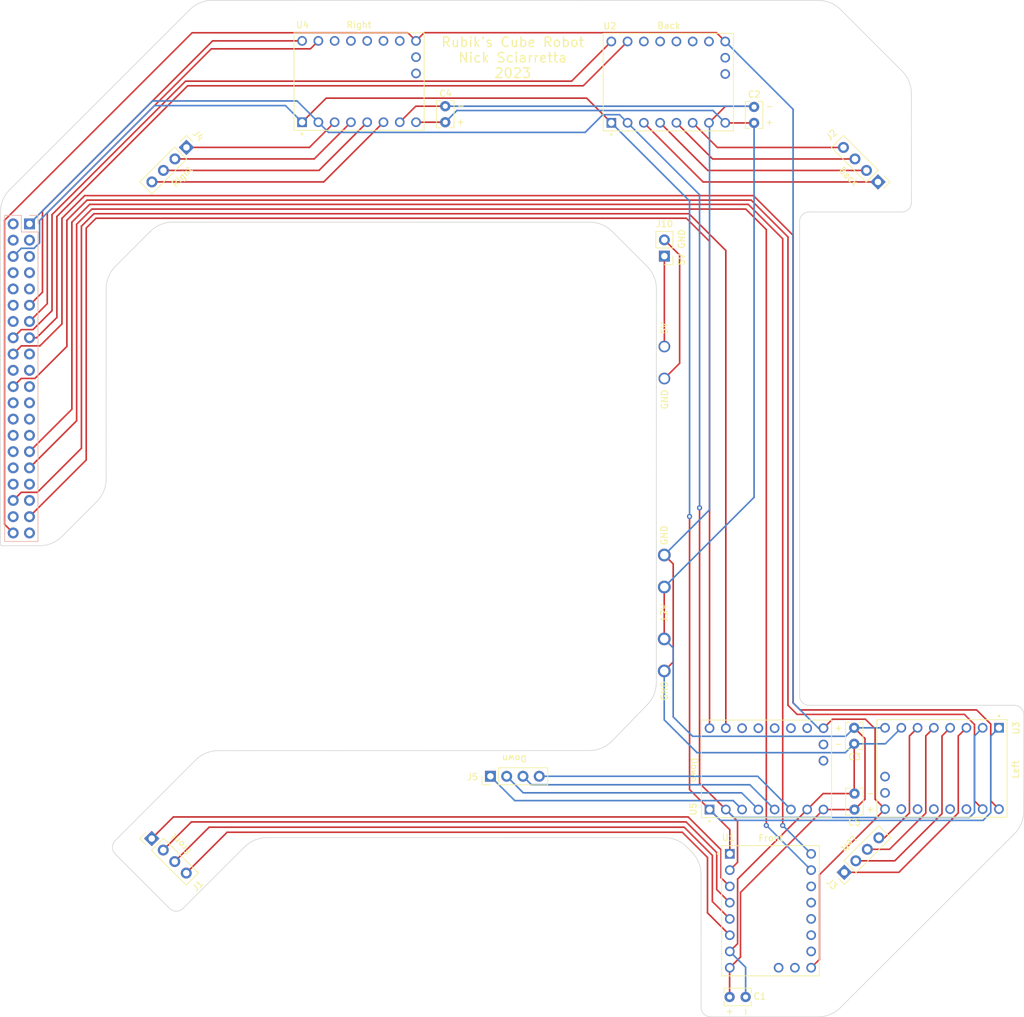
<source format=kicad_pcb>
(kicad_pcb (version 20221018) (generator pcbnew)
  (layers (0 "F.Cu" signal) (31 "B.Cu" signal) (34 "B.Paste" user) (35 "F.Paste" user) (36 "B.SilkS" user "B.Silkscreen") (37 "F.SilkS" user "F.Silkscreen") (38 "B.Mask" user) (39 "F.Mask" user) (44 "Edge.Cuts" user))
  (net 0 "")
  (net 35 "/Enable")
  (net 36 "/F_dir")
  (net 37 "/F_step")
  (net 39 "Net-(J1-Pin_4)")
  (net 40 "Net-(J1-Pin_3)")
  (net 41 "Net-(J1-Pin_2)")
  (net 42 "Net-(J1-Pin_1)")
  (net 43 "Net-(J2-Pin_1)")
  (net 44 "Net-(J2-Pin_2)")
  (net 45 "Net-(J2-Pin_3)")
  (net 46 "Net-(J2-Pin_4)")
  (net 66 "/B_step")
  (net 67 "/B_dir")
  (net 68 "/L_step")
  (net 69 "/L_dir")
  (net 70 "/D_step")
  (net 71 "/D_dir")
  (net 72 "/R_step")
  (net 73 "/R_dir")
  (net 74 "/RPi_GND")
  (net 75 "/RPi_3V3")
  (net 76 "/GND")
  (net 77 "/12V")
  (net 78 "Net-(J3-Pin_1)")
  (net 79 "Net-(J3-Pin_2)")
  (net 80 "Net-(J3-Pin_3)")
  (net 81 "Net-(J3-Pin_4)")
  (net 82 "Net-(J4-Pin_1)")
  (net 83 "Net-(J4-Pin_2)")
  (net 84 "Net-(J4-Pin_3)")
  (net 85 "Net-(J4-Pin_4)")
  (net 86 "Net-(J5-Pin_1)")
  (net 87 "Net-(J5-Pin_2)")
  (net 88 "Net-(J5-Pin_3)")
  (net 89 "Net-(J5-Pin_4)")
  (net 98 "/USB-C GND")
  (net 99 "/USB-C 5V")
  (footprint "TMC2209_SILENTSTEPSTICK:MODULE_TMC2209_SILENTSTEPSTICK" (layer "F.Cu") (at 135.29 157.52)
    (fp_text reference "U1")
    (fp_text value "Front" hide)
  )
  (footprint "Connector_PinHeader_2.54mm:PinHeader_1x04_P2.54mm_Vertical" (layer "F.Cu") (at 44.137006 38.322994 -45)
    (fp_text reference "J4")
    (fp_text value "Right_motor" hide)
  )
  (footprint "TerminalBlock:TerminalBlock_Altech_AK300-2_P5.00mm" (layer "F.Cu") (at 118.72 115.06 -90)
    (fp_text reference "J6" hide)
    (fp_text value "12V Input" hide)
  )
  (footprint "Capacitor_THT:C_Rect_L4.0mm_W2.5mm_P2.50mm" (layer "F.Cu") (at 84.53 34.39 90)
    (fp_text reference "C4")
    (fp_text value "C_RIght" hide)
  )
  (footprint "Connector_PinHeader_2.54mm:PinHeader_1x02_P2.54mm_Vertical" (layer "F.Cu") (at 118.73 55.3 180)
    (fp_text reference "J10")
    (fp_text value "USB-C" hide)
  )
  (footprint "Connector_PinHeader_2.54mm:PinHeader_1x04_P2.54mm_Vertical" (layer "F.Cu") (at 146.812994 151.517006 135)
    (fp_text reference "J3")
    (fp_text value "Left_motor" hide)
  )
  (footprint "Capacitor_THT:C_Rect_L4.0mm_W2.5mm_P2.50mm" (layer "F.Cu") (at 148.4 141.72 90)
    (fp_text reference "C5")
    (fp_text value "C_down" hide)
  )
  (footprint "Capacitor_THT:C_Rect_L4.0mm_W2.5mm_P2.50mm" (layer "F.Cu") (at 148.36 128.95 -90)
    (fp_text reference "C3")
    (fp_text value "C_Left" hide)
  )
  (footprint "TMC2209_SILENTSTEPSTICK:MODULE_TMC2209_SILENTSTEPSTICK" (layer "F.Cu") (at 119.34 28.13 90)
    (fp_text reference "U2")
    (fp_text value "Back" hide)
  )
  (footprint "Capacitor_THT:C_Rect_L4.0mm_W2.5mm_P2.50mm" (layer "F.Cu") (at 132.73 34.5 90)
    (fp_text reference "C2")
    (fp_text value "C_Back" hide)
  )
  (footprint "Capacitor_THT:C_Rect_L4.0mm_W2.5mm_P2.50mm" (layer "F.Cu") (at 128.91 170.98)
    (fp_text reference "C1")
    (fp_text value "C_Front" hide)
  )
  (footprint "TMC2209_SILENTSTEPSTICK:MODULE_TMC2209_SILENTSTEPSTICK" (layer "F.Cu") (at 162.06 135.3 -90)
    (fp_text reference "U3")
    (fp_text value "Left" hide)
  )
  (footprint "TerminalBlock:TerminalBlock_Altech_AK300-2_P5.00mm" (layer "F.Cu") (at 118.75 69.41 -90)
    (fp_text reference "J9" hide)
    (fp_text value "12V Converter Output" hide)
  )
  (footprint "Connector_PinHeader_2.54mm:PinHeader_1x04_P2.54mm_Vertical" (layer "F.Cu") (at 152.067006 43.717006 -135)
    (fp_text reference "J2")
    (fp_text value "Back_motor" hide)
  )
  (footprint "TMC2209_SILENTSTEPSTICK:MODULE_TMC2209_SILENTSTEPSTICK" (layer "F.Cu") (at 134.67 135.36 90)
    (fp_text reference "U5")
    (fp_text value "Down" hide)
  )
  (footprint "Connector_PinHeader_2.54mm:PinHeader_1x04_P2.54mm_Vertical" (layer "F.Cu") (at 91.58 136.52 90)
    (fp_text reference "J5")
    (fp_text value "Down_motor" hide)
  )
  (footprint "Connector_PinHeader_2.54mm:PinHeader_1x04_P2.54mm_Vertical" (layer "F.Cu") (at 38.722994 146.242994 45)
    (fp_text reference "J1")
    (fp_text value "Front_motor" hide)
  )
  (footprint "TMC2209_SILENTSTEPSTICK:MODULE_TMC2209_SILENTSTEPSTICK" (layer "F.Cu") (at 71.08 28.04 90)
    (fp_text reference "U4")
    (fp_text value "Right" hide)
  )
  (footprint "Connector_PinHeader_2.54mm:PinHeader_2x20_P2.54mm_Vertical" (layer "B.Cu") (at 19.64 50.265236 180)
    (fp_text reference "J8" hide)
    (fp_text value "RPi GPIO Pins" hide)
  )
  (footprint "TerminalBlock:TerminalBlock_Altech_AK300-2_P5.00mm" (layer "B.Cu") (at 118.73 106.97 90)
    (fp_text reference "J7" hide)
    (fp_text value "12V Input" hide)
  )
  (gr_arc (start 139.834072 49.792983) (mid 140.266175 48.839158) (end 141.22 48.407054) (stroke (width 0.1)) (layer "Edge.Cuts"))
  (gr_line (start 110.54 131.036628) (end 116.010471 125.400865) (stroke (width 0.1)) (layer "Edge.Cuts"))
  (gr_line (start 24.715628 99.060472) (end 30.144236 93.62908) (stroke (width 0.1)) (layer "Edge.Cuts"))
  (gr_line (start 142.734236 15.366156) (end 48.19 15.355236) (stroke (width 0.1)) (layer "Edge.Cuts"))
  (gr_arc (start 118.684235 146.080922) (mid 120.59 146.46) (end 122.205627 147.539531) (stroke (width 0.1)) (layer "Edge.Cuts"))
  (gr_arc (start 110.54 131.036628) (mid 108.924372 132.116159) (end 107.018608 132.495236) (stroke (width 0.1)) (layer "Edge.Cuts"))
  (gr_line (start 107.018608 132.495236) (end 49.105764 132.516156) (stroke (width 0.1)) (layer "Edge.Cuts"))
  (gr_line (start 139.834072 49.792983) (end 139.834071 124.048144) (stroke (width 0.1)) (layer "Edge.Cuts"))
  (gr_line (start 16.56 44.925236) (end 44.668608 16.813844) (stroke (width 0.1)) (layer "Edge.Cuts"))
  (gr_line (start 142.704236 174.084316) (end 125.85 174.08) (stroke (width 0.1)) (layer "Edge.Cuts"))
  (gr_line (start 124.459077 151.865764) (end 124.464072 172.694071) (stroke (width 0.1)) (layer "Edge.Cuts"))
  (gr_line (start 21.194236 100.51908) (end 15.360919 100.515236) (stroke (width 0.1)) (layer "Edge.Cuts"))
  (gr_arc (start 107.072912 49.997087) (mid 108.978675 50.376169) (end 110.594304 51.455696) (stroke (width 0.1)) (layer "Edge.Cuts"))
  (gr_line (start 43.529999 157.22) (end 53.224372 147.544764) (stroke (width 0.1)) (layer "Edge.Cuts"))
  (gr_line (start 107.072912 49.997087) (end 42.01854 49.98954) (stroke (width 0.1)) (layer "Edge.Cuts"))
  (gr_line (start 32.949999 148.59) (end 41.569999 157.22) (stroke (width 0.1)) (layer "Edge.Cuts"))
  (gr_arc (start 157.282103 47.021125) (mid 156.85 47.97495) (end 155.896175 48.407054) (stroke (width 0.1)) (layer "Edge.Cuts"))
  (gr_arc (start 141.22 125.434072) (mid 140.266147 125.001979) (end 139.834071 124.048144) (stroke (width 0.1)) (layer "Edge.Cuts"))
  (gr_arc (start 31.602845 90.107688) (mid 31.223763 92.013451) (end 30.144236 93.62908) (stroke (width 0.1)) (layer "Edge.Cuts"))
  (gr_arc (start 53.224372 147.544764) (mid 54.839997 146.46522) (end 56.745764 146.086156) (stroke (width 0.1)) (layer "Edge.Cuts"))
  (gr_arc (start 43.529999 157.22) (mid 42.55 157.588907) (end 41.57 157.22) (stroke (width 0.1)) (layer "Edge.Cuts"))
  (gr_line (start 155.896175 48.407054) (end 141.22 48.407054) (stroke (width 0.1)) (layer "Edge.Cuts"))
  (gr_arc (start 32.95 148.589999) (mid 32.581086 147.61) (end 32.949999 146.63) (stroke (width 0.1)) (layer "Edge.Cuts"))
  (gr_line (start 157.282103 47.021125) (end 157.279095 29.915761) (stroke (width 0.1)) (layer "Edge.Cuts"))
  (gr_line (start 141.22 125.434072) (end 173.444071 125.434072) (stroke (width 0.1)) (layer "Edge.Cuts"))
  (gr_arc (start 173.444071 125.434072) (mid 174.397883 125.866188) (end 174.83 126.82) (stroke (width 0.1)) (layer "Edge.Cuts"))
  (gr_arc (start 15.101391 48.446628) (mid 15.480473 46.540865) (end 16.56 44.925236) (stroke (width 0.1)) (layer "Edge.Cuts"))
  (gr_arc (start 44.668608 16.813844) (mid 46.284236 15.734316) (end 48.19 15.355236) (stroke (width 0.1)) (layer "Edge.Cuts"))
  (gr_line (start 56.745764 146.086156) (end 118.684235 146.080922) (stroke (width 0.1)) (layer "Edge.Cuts"))
  (gr_line (start 123.000469 148.344372) (end 122.205627 147.539531) (stroke (width 0.1)) (layer "Edge.Cuts"))
  (gr_arc (start 15.360919 100.515236) (mid 15.169988 100.436162) (end 15.090919 100.245236) (stroke (width 0.1)) (layer "Edge.Cuts"))
  (gr_line (start 15.090919 100.245236) (end 15.101391 48.446628) (stroke (width 0.1)) (layer "Edge.Cuts"))
  (gr_line (start 146.225628 172.625708) (end 173.361391 145.505236) (stroke (width 0.1)) (layer "Edge.Cuts"))
  (gr_arc (start 146.225628 172.625708) (mid 144.610003 173.705252) (end 142.704236 174.084316) (stroke (width 0.1)) (layer "Edge.Cuts"))
  (gr_line (start 32.949999 146.63) (end 45.584372 133.974764) (stroke (width 0.1)) (layer "Edge.Cuts"))
  (gr_line (start 155.820487 26.394368) (end 146.255628 16.824765) (stroke (width 0.1)) (layer "Edge.Cuts"))
  (gr_line (start 117.484304 60.405696) (end 117.46908 121.879473) (stroke (width 0.1)) (layer "Edge.Cuts"))
  (gr_arc (start 155.820487 26.394368) (mid 156.900001 28.010003) (end 157.279095 29.915761) (stroke (width 0.1)) (layer "Edge.Cuts"))
  (gr_arc (start 31.609931 60.400932) (mid 31.989013 58.495169) (end 33.06854 56.87954) (stroke (width 0.1)) (layer "Edge.Cuts"))
  (gr_line (start 31.602845 90.107688) (end 31.609931 60.400932) (stroke (width 0.1)) (layer "Edge.Cuts"))
  (gr_arc (start 38.497148 51.448148) (mid 40.112776 50.36862) (end 42.01854 49.98954) (stroke (width 0.1)) (layer "Edge.Cuts"))
  (gr_line (start 174.83 126.82) (end 174.82 141.983844) (stroke (width 0.1)) (layer "Edge.Cuts"))
  (gr_arc (start 117.46908 121.879473) (mid 117.089987 123.785228) (end 116.010471 125.400865) (stroke (width 0.1)) (layer "Edge.Cuts"))
  (gr_arc (start 116.025696 56.884304) (mid 117.105224 58.499932) (end 117.484304 60.405696) (stroke (width 0.1)) (layer "Edge.Cuts"))
  (gr_line (start 110.594304 51.455696) (end 116.025696 56.884304) (stroke (width 0.1)) (layer "Edge.Cuts"))
  (gr_line (start 38.497148 51.448148) (end 33.06854 56.87954) (stroke (width 0.1)) (layer "Edge.Cuts"))
  (gr_arc (start 142.734236 15.366156) (mid 144.639991 15.745249) (end 146.255628 16.824765) (stroke (width 0.1)) (layer "Edge.Cuts"))
  (gr_arc (start 24.715628 99.060472) (mid 23.1 100.14) (end 21.194236 100.51908) (stroke (width 0.1)) (layer "Edge.Cuts"))
  (gr_arc (start 123.000469 148.344372) (mid 124.08 149.959999) (end 124.459077 151.865764) (stroke (width 0.1)) (layer "Edge.Cuts"))
  (gr_arc (start 45.584372 133.974764) (mid 47.199997 132.89522) (end 49.105764 132.516156) (stroke (width 0.1)) (layer "Edge.Cuts"))
  (gr_arc (start 125.85 174.08) (mid 124.896179 173.647892) (end 124.464072 172.694071) (stroke (width 0.1)) (layer "Edge.Cuts"))
  (gr_arc (start 174.82 141.983844) (mid 174.440917 143.889606) (end 173.361391 145.505236) (stroke (width 0.1)) (layer "Edge.Cuts"))
  (gr_text "5V" (at 122.01 56.85 90) (layer "F.SilkS") (effects (font (size 1 1)) (justify left bottom)))
  (gr_text "+" (at 134.41 34.96) (layer "F.SilkS") (effects (font (size 1 1)) (justify left bottom)))
  (gr_text "12V" (at 119.27 112.51 90) (layer "F.SilkS") (effects (font (size 1 1)) (justify left bottom)))
  (gr_text "5V" (at 119.33 67.58 90) (layer "F.SilkS") (effects (font (size 1 1)) (justify left bottom)))
  (gr_text "-" (at 86.25 32.4) (layer "F.SilkS") (effects (font (size 1 1)) (justify left bottom)))
  (gr_text "Right" (at 42.44 44.75 45) (layer "F.SilkS") (effects (font (size 1 1)) (justify left bottom)))
  (gr_text "Back" (at 117.54 19.9) (layer "F.SilkS") (effects (font (size 1 1)) (justify left bottom)))
  (gr_text "+" (at 128.41 172.55 -90) (layer "F.SilkS") (effects (font (size 1 1)) (justify left bottom)))
  (gr_text "+" (at 146.65 128.52 180) (layer "F.SilkS") (effects (font (size 1 1)) (justify left bottom)))
  (gr_text "GND" (at 119.38 79.31 90) (layer "F.SilkS") (effects (font (size 1 1)) (justify left bottom)))
  (gr_text "Right" (at 69.04 19.77) (layer "F.SilkS") (effects (font (size 1 1)) (justify left bottom)))
  (gr_text "Back" (at 145.73 41.96 315) (layer "F.SilkS") (effects (font (size 1 1)) (justify left bottom)))
  (gr_text "GND" (at 122.01 54.25 90) (layer "F.SilkS") (effects (font (size 1 1)) (justify left bottom)))
  (gr_text "Left" (at 148.19 145.56 225) (layer "F.SilkS") (effects (font (size 1 1)) (justify left bottom)))
  (gr_text "Rubik's Cube Robot\nNick Sciarretta\n2023" (at 95.07 27.6) (layer "F.SilkS") (effects (font (size 1.5 1.5) (thickness 0.2)) (justify bottom)))
  (gr_text "GND" (at 119.33 124.81 90) (layer "F.SilkS") (effects (font (size 1 1)) (justify left bottom)))
  (gr_text "Down" (at 97.35 133.15 180) (layer "F.SilkS") (effects (font (size 1 1)) (justify left bottom)))
  (gr_text "Left" (at 174.13 136.96 90) (layer "F.SilkS") (effects (font (size 1 1)) (justify left bottom)))
  (gr_text "-" (at 150.14 139.75) (layer "F.SilkS") (effects (font (size 1 1)) (justify left bottom)))
  (gr_text "-" (at 146.63 131.02 180) (layer "F.SilkS") (effects (font (size 1 1)) (justify left bottom)))
  (gr_text "GND" (at 119.3 100.52 90) (layer "F.SilkS") (effects (font (size 1 1)) (justify left bottom)))
  (gr_text "-" (at 134.43 32.46) (layer "F.SilkS") (effects (font (size 1 1)) (justify left bottom)))
  (gr_text "+" (at 86.23 34.9) (layer "F.SilkS") (effects (font (size 1 1)) (justify left bottom)))
  (gr_text "-" (at 130.91 172.57 -90) (layer "F.SilkS") (effects (font (size 1 1)) (justify left bottom)))
  (gr_text "Down" (at 122.810001 133.510001 -90) (layer "F.SilkS") (effects (font (size 1 1)) (justify left bottom)))
  (gr_text "Front" (at 133.32 146.74) (layer "F.SilkS") (effects (font (size 1 1)) (justify left bottom)))
  (gr_text "Front" (at 45.15 148.1 135) (layer "F.SilkS") (effects (font (size 1 1)) (justify left bottom)))
  (gr_text "+" (at 150.119999 142.249999) (layer "F.SilkS") (effects (font (size 1 1)) (justify left bottom)))
  (segment (start 150.11 127.61) (end 144.96 127.61) (width 0.25) (layer "F.Cu") (net 35))
  (segment (start 81.25 20.41) (end 126.86 20.41) (width 0.25) (layer "F.Cu") (net 35))
  (segment (start 126.86 20.41) (end 128.23 21.78) (width 0.25) (layer "F.Cu") (net 35))
  (segment (start 142.93 165.12) (end 142.93 151.89) (width 0.25) (layer "F.Cu") (net 35))
  (segment (start 144.96 127.61) (end 143.56 129.01) (width 0.25) (layer "F.Cu") (net 35))
  (segment (start 15.76 97.185236) (end 15.76 49.69) (width 0.25) (layer "F.Cu") (net 35))
  (segment (start 15.76 49.69) (end 45.03 20.42) (width 0.25) (layer "F.Cu") (net 35))
  (segment (start 141.64 166.41) (end 142.93 165.12) (width 0.25) (layer "F.Cu") (net 35))
  (segment (start 17.1 98.525236) (end 15.76 97.185236) (width 0.25) (layer "F.Cu") (net 35))
  (segment (start 151.62 140.1) (end 151.62 129.12) (width 0.25) (layer "F.Cu") (net 35))
  (segment (start 153.17 141.65) (end 151.62 140.1) (width 0.25) (layer "F.Cu") (net 35))
  (segment (start 151.62 129.12) (end 150.11 127.61) (width 0.25) (layer "F.Cu") (net 35))
  (segment (start 45.03 20.42) (end 78.7 20.42) (width 0.25) (layer "F.Cu") (net 35))
  (segment (start 142.93 151.89) (end 153.17 141.65) (width 0.25) (layer "F.Cu") (net 35))
  (segment (start 79.97 21.69) (end 81.25 20.41) (width 0.25) (layer "F.Cu") (net 35))
  (segment (start 78.7 20.42) (end 79.97 21.69) (width 0.25) (layer "F.Cu") (net 35))
  (segment (start 138.82 125.05) (end 138.82 32.37) (width 0.25) (layer "B.Cu") (net 35))
  (segment (start 142.78 129.01) (end 138.82 125.05) (width 0.25) (layer "B.Cu") (net 35))
  (segment (start 138.82 32.37) (end 128.23 21.78) (width 0.25) (layer "B.Cu") (net 35))
  (segment (start 143.56 129.01) (end 142.78 129.01) (width 0.25) (layer "B.Cu") (net 35))
  (segment (start 137.2 144.18) (end 137.2 144.2) (width 0.25) (layer "F.Cu") (net 36))
  (segment (start 137.2 144.2) (end 137.2 52.59) (width 0.25) (layer "F.Cu") (net 36))
  (segment (start 131.83 47.22) (end 29.04 47.22) (width 0.25) (layer "F.Cu") (net 36))
  (segment (start 26.26 79.205236) (end 19.64 85.825236) (width 0.25) (layer "F.Cu") (net 36))
  (segment (start 137.2 52.59) (end 131.83 47.22) (width 0.25) (layer "F.Cu") (net 36))
  (segment (start 26.26 50) (end 26.26 79.205236) (width 0.25) (layer "F.Cu") (net 36))
  (segment (start 29.04 47.22) (end 26.26 50) (width 0.25) (layer "F.Cu") (net 36))
  (via (at 137.2 144.2) (size 0.8) (drill 0.4) (layers "F.Cu" "B.Cu") (net 36))
  (segment (start 137.32 144.3) (end 137.31 144.3) (width 0.25) (layer "B.Cu") (net 36))
  (segment (start 137.31 144.3) (end 137.29 144.28) (width 0.25) (layer "B.Cu") (net 36))
  (segment (start 137.32 144.31) (end 137.32 144.3) (width 0.25) (layer "B.Cu") (net 36))
  (segment (start 141.64 148.63) (end 137.32 144.31) (width 0.25) (layer "B.Cu") (net 36))
  (segment (start 131.43 47.95) (end 29.38 47.95) (width 0.25) (layer "F.Cu") (net 37))
  (segment (start 29.38 47.95) (end 27 50.33) (width 0.25) (layer "F.Cu") (net 37))
  (segment (start 134.64 144.2) (end 134.64 51.16) (width 0.25) (layer "F.Cu") (net 37))
  (segment (start 27 81.005236) (end 19.64 88.365236) (width 0.25) (layer "F.Cu") (net 37))
  (segment (start 27 50.33) (end 27 81.005236) (width 0.25) (layer "F.Cu") (net 37))
  (segment (start 134.64 51.16) (end 131.43 47.95) (width 0.25) (layer "F.Cu") (net 37))
  (via (at 134.64 144.2) (size 0.8) (drill 0.4) (layers "F.Cu" "B.Cu") (net 37))
  (segment (start 134.72 144.25) (end 134.76 144.25) (width 0.25) (layer "B.Cu") (net 37))
  (segment (start 134.64 144.2) (end 134.66 144.25) (width 0.25) (layer "B.Cu") (net 37))
  (segment (start 134.66 144.25) (end 134.71 144.25) (width 0.25) (layer "B.Cu") (net 37))
  (segment (start 141.64 151.17) (end 134.72 144.25) (width 0.25) (layer "B.Cu") (net 37))
  (segment (start 134.76 144.25) (end 134.64 144.2) (width 0.25) (layer "B.Cu") (net 37))
  (segment (start 44.111148 151.631148) (end 50.482296 145.26) (width 0.25) (layer "F.Cu") (net 39))
  (segment (start 125.46 149.19) (end 125.46 157.85) (width 0.25) (layer "F.Cu") (net 39))
  (segment (start 121.53 145.26) (end 125.46 149.19) (width 0.25) (layer "F.Cu") (net 39))
  (segment (start 125.46 157.85) (end 128.94 161.33) (width 0.25) (layer "F.Cu") (net 39))
  (segment (start 50.482296 145.26) (end 121.53 145.26) (width 0.25) (layer "F.Cu") (net 39))
  (segment (start 126.22 156.07) (end 128.94 158.79) (width 0.25) (layer "F.Cu") (net 40))
  (segment (start 47.680192 144.47) (end 42.315096 149.835096) (width 0.25) (layer "F.Cu") (net 40))
  (segment (start 121.82 144.47) (end 47.680192 144.47) (width 0.25) (layer "F.Cu") (net 40))
  (segment (start 126.22 148.87) (end 126.22 156.07) (width 0.25) (layer "F.Cu") (net 40))
  (segment (start 121.82 144.47) (end 126.22 148.87) (width 0.25) (layer "F.Cu") (net 40))
  (segment (start 44.90809 143.65) (end 40.519045 148.039045) (width 0.25) (layer "F.Cu") (net 41))
  (segment (start 126.9 148.43) (end 126.9 154.21) (width 0.25) (layer "F.Cu") (net 41))
  (segment (start 122.12 143.65) (end 126.9 148.43) (width 0.25) (layer "F.Cu") (net 41))
  (segment (start 122.12 143.65) (end 44.90809 143.65) (width 0.25) (layer "F.Cu") (net 41))
  (segment (start 126.9 154.21) (end 128.94 156.25) (width 0.25) (layer "F.Cu") (net 41))
  (segment (start 127.57 152.36) (end 128.92 153.71) (width 0.25) (layer "F.Cu") (net 42))
  (segment (start 122.45 142.87) (end 127.57 147.99) (width 0.25) (layer "F.Cu") (net 42))
  (segment (start 127.57 147.99) (end 127.57 152.36) (width 0.25) (layer "F.Cu") (net 42))
  (segment (start 42.095988 142.87) (end 38.722994 146.242994) (width 0.25) (layer "F.Cu") (net 42))
  (segment (start 128.92 153.71) (end 128.94 153.71) (width 0.25) (layer "F.Cu") (net 42))
  (segment (start 122.45 142.87) (end 42.095988 142.87) (width 0.25) (layer "F.Cu") (net 42))
  (segment (start 152.067006 43.717006) (end 124.767006 43.717006) (width 0.25) (layer "F.Cu") (net 43))
  (segment (start 124.767006 43.717006) (end 115.53 34.48) (width 0.25) (layer "F.Cu") (net 43))
  (segment (start 125.510955 41.920955) (end 118.07 34.48) (width 0.25) (layer "F.Cu") (net 44))
  (segment (start 150.270955 41.920955) (end 125.510955 41.920955) (width 0.25) (layer "F.Cu") (net 44))
  (segment (start 126.254904 40.124904) (end 120.61 34.48) (width 0.25) (layer "F.Cu") (net 45))
  (segment (start 148.474904 40.124904) (end 126.254904 40.124904) (width 0.25) (layer "F.Cu") (net 45))
  (segment (start 126.998852 38.328852) (end 123.15 34.48) (width 0.25) (layer "F.Cu") (net 46))
  (segment (start 146.678852 38.328852) (end 126.998852 38.328852) (width 0.25) (layer "F.Cu") (net 46))
  (segment (start 106.07 28.7) (end 112.99 21.78) (width 0.25) (layer "F.Cu") (net 66))
  (segment (start 23.92 49.11) (end 44.33 28.7) (width 0.25) (layer "F.Cu") (net 66))
  (segment (start 23.92 64.88) (end 23.92 49.11) (width 0.25) (layer "F.Cu") (net 66))
  (segment (start 19.64 68.045236) (end 20.754764 68.045236) (width 0.25) (layer "F.Cu") (net 66))
  (segment (start 20.754764 68.045236) (end 23.92 64.88) (width 0.25) (layer "F.Cu") (net 66))
  (segment (start 44.33 28.7) (end 106.07 28.7) (width 0.25) (layer "F.Cu") (net 66))
  (segment (start 104.25 27.98) (end 110.45 21.78) (width 0.25) (layer "F.Cu") (net 67))
  (segment (start 44 27.98) (end 104.25 27.98) (width 0.25) (layer "F.Cu") (net 67))
  (segment (start 23.16 48.82) (end 44 27.98) (width 0.25) (layer "F.Cu") (net 67))
  (segment (start 23.16 63.81) (end 23.16 48.82) (width 0.25) (layer "F.Cu") (net 67))
  (segment (start 17.1 68.045236) (end 18.375236 66.77) (width 0.25) (layer "F.Cu") (net 67))
  (segment (start 18.375236 66.77) (end 20.2 66.77) (width 0.25) (layer "F.Cu") (net 67))
  (segment (start 20.2 66.77) (end 23.16 63.81) (width 0.25) (layer "F.Cu") (net 67))
  (segment (start 138.02 52.3) (end 138.02 125.43) (width 0.25) (layer "F.Cu") (net 68))
  (segment (start 165.56 126.86) (end 167.13 128.43) (width 0.25) (layer "F.Cu") (net 68))
  (segment (start 17.1 75.665236) (end 18.365236 74.4) (width 0.25) (layer "F.Cu") (net 68))
  (segment (start 28.63 46.55) (end 132.27 46.55) (width 0.25) (layer "F.Cu") (net 68))
  (segment (start 18.365236 74.4) (end 20.48 74.4) (width 0.25) (layer "F.Cu") (net 68))
  (segment (start 25.48 49.7) (end 28.63 46.55) (width 0.25) (layer "F.Cu") (net 68))
  (segment (start 132.27 46.55) (end 138.02 52.3) (width 0.25) (layer "F.Cu") (net 68))
  (segment (start 20.48 74.4) (end 25.48 69.4) (width 0.25) (layer "F.Cu") (net 68))
  (segment (start 167.13 128.43) (end 167.13 140.37) (width 0.25) (layer "F.Cu") (net 68))
  (segment (start 25.48 69.4) (end 25.48 49.7) (width 0.25) (layer "F.Cu") (net 68))
  (segment (start 167.13 140.37) (end 168.41 141.65) (width 0.25) (layer "F.Cu") (net 68))
  (segment (start 138.02 125.43) (end 139.45 126.86) (width 0.25) (layer "F.Cu") (net 68))
  (segment (start 139.45 126.86) (end 165.56 126.86) (width 0.25) (layer "F.Cu") (net 68))
  (segment (start 138.81 52.03) (end 138.81 125.05) (width 0.25) (layer "F.Cu") (net 69))
  (segment (start 138.81 125.05) (end 139.92 126.16) (width 0.25) (layer "F.Cu") (net 69))
  (segment (start 28.26 45.85) (end 132.63 45.85) (width 0.25) (layer "F.Cu") (net 69))
  (segment (start 132.63 45.85) (end 138.81 52.03) (width 0.25) (layer "F.Cu") (net 69))
  (segment (start 169.67 140.37) (end 170.95 141.65) (width 0.25) (layer "F.Cu") (net 69))
  (segment (start 24.71 65.88) (end 24.71 49.4) (width 0.25) (layer "F.Cu") (net 69))
  (segment (start 169.67 128.37) (end 169.67 140.37) (width 0.25) (layer "F.Cu") (net 69))
  (segment (start 21.28 69.31) (end 24.71 65.88) (width 0.25) (layer "F.Cu") (net 69))
  (segment (start 17.1 70.585236) (end 18.375236 69.31) (width 0.25) (layer "F.Cu") (net 69))
  (segment (start 18.375236 69.31) (end 21.28 69.31) (width 0.25) (layer "F.Cu") (net 69))
  (segment (start 167.46 126.16) (end 169.67 128.37) (width 0.25) (layer "F.Cu") (net 69))
  (segment (start 139.92 126.16) (end 167.46 126.16) (width 0.25) (layer "F.Cu") (net 69))
  (segment (start 24.71 49.4) (end 28.26 45.85) (width 0.25) (layer "F.Cu") (net 69))
  (segment (start 122.58 48.68) (end 128.32 54.42) (width 0.25) (layer "F.Cu") (net 70))
  (segment (start 27.75 85.3) (end 27.75 50.63) (width 0.25) (layer "F.Cu") (net 70))
  (segment (start 29.7 48.68) (end 122.58 48.68) (width 0.25) (layer "F.Cu") (net 70))
  (segment (start 18.365236 92.18) (end 20.87 92.18) (width 0.25) (layer "F.Cu") (net 70))
  (segment (start 20.87 92.18) (end 27.75 85.3) (width 0.25) (layer "F.Cu") (net 70))
  (segment (start 128.32 54.42) (end 128.32 129.01) (width 0.25) (layer "F.Cu") (net 70))
  (segment (start 27.75 50.63) (end 29.7 48.68) (width 0.25) (layer "F.Cu") (net 70))
  (segment (start 17.1 93.445236) (end 18.365236 92.18) (width 0.25) (layer "F.Cu") (net 70))
  (segment (start 122.16 49.38) (end 30.04 49.38) (width 0.25) (layer "F.Cu") (net 71))
  (segment (start 125.78 129.01) (end 125.78 53) (width 0.25) (layer "F.Cu") (net 71))
  (segment (start 125.78 53) (end 122.16 49.38) (width 0.25) (layer "F.Cu") (net 71))
  (segment (start 30.04 49.38) (end 28.5 50.92) (width 0.25) (layer "F.Cu") (net 71))
  (segment (start 28.5 87.125236) (end 19.64 95.985236) (width 0.25) (layer "F.Cu") (net 71))
  (segment (start 28.5 50.92) (end 28.5 87.125236) (width 0.25) (layer "F.Cu") (net 71))
  (segment (start 63.49 22.93) (end 64.73 21.69) (width 0.25) (layer "F.Cu") (net 72))
  (segment (start 19.64 65.505236) (end 22.42 62.725236) (width 0.25) (layer "F.Cu") (net 72))
  (segment (start 48.02 22.93) (end 63.49 22.93) (width 0.25) (layer "F.Cu") (net 72))
  (segment (start 22.42 48.53) (end 48.02 22.93) (width 0.25) (layer "F.Cu") (net 72))
  (segment (start 22.42 62.725236) (end 22.42 48.53) (width 0.25) (layer "F.Cu") (net 72))
  (segment (start 19.64 62.965236) (end 21.67 60.935236) (width 0.25) (layer "F.Cu") (net 73))
  (segment (start 48.22 21.69) (end 62.19 21.69) (width 0.25) (layer "F.Cu") (net 73))
  (segment (start 21.67 48.24) (end 48.22 21.69) (width 0.25) (layer "F.Cu") (net 73))
  (segment (start 21.67 60.935236) (end 21.67 48.24) (width 0.25) (layer "F.Cu") (net 73))
  (segment (start 106.6 30.63) (end 65.95 30.63) (width 0.25) (layer "F.Cu") (net 74))
  (segment (start 128.94 148.63) (end 128.94 144.87) (width 0.25) (layer "F.Cu") (net 74))
  (segment (start 110.45 34.48) (end 106.6 30.63) (width 0.25) (layer "F.Cu") (net 74))
  (segment (start 128.94 144.87) (end 125.78 141.71) (width 0.25) (layer "F.Cu") (net 74))
  (segment (start 122.66 138.59) (end 122.66 95.95) (width 0.25) (layer "F.Cu") (net 74))
  (segment (start 65.95 30.63) (end 62.19 34.39) (width 0.25) (layer "F.Cu") (net 74))
  (segment (start 125.78 141.71) (end 122.66 138.59) (width 0.25) (layer "F.Cu") (net 74))
  (via (at 122.66 95.95) (size 0.8) (drill 0.4) (layers "F.Cu" "B.Cu") (net 74))
  (segment (start 170.95 128.95) (end 169.67 130.23) (width 0.25) (layer "B.Cu") (net 74))
  (segment (start 168.46 143.41) (end 127.48 143.41) (width 0.25) (layer "B.Cu") (net 74))
  (segment (start 21.22 49.73) (end 39.16 31.79) (width 0.25) (layer "B.Cu") (net 74))
  (segment (start 169.67 142.2) (end 168.46 143.41) (width 0.25) (layer "B.Cu") (net 74))
  (segment (start 21.22 53.22) (end 21.22 49.73) (width 0.25) (layer "B.Cu") (net 74))
  (segment (start 39.16 31.79) (end 59.59 31.79) (width 0.25) (layer "B.Cu") (net 74))
  (segment (start 18.365236 54.08) (end 20.36 54.08) (width 0.25) (layer "B.Cu") (net 74))
  (segment (start 20.36 54.08) (end 21.22 53.22) (width 0.25) (layer "B.Cu") (net 74))
  (segment (start 59.59 31.79) (end 62.19 34.39) (width 0.25) (layer "B.Cu") (net 74))
  (segment (start 110.45 34.48) (end 122.66 46.69) (width 0.25) (layer "B.Cu") (net 74))
  (segment (start 17.1 55.345236) (end 18.365236 54.08) (width 0.25) (layer "B.Cu") (net 74))
  (segment (start 127.48 143.41) (end 125.78 141.71) (width 0.25) (layer "B.Cu") (net 74))
  (segment (start 169.67 130.23) (end 169.67 142.2) (width 0.25) (layer "B.Cu") (net 74))
  (segment (start 122.66 46.69) (end 122.66 95.95) (width 0.25) (layer "B.Cu") (net 74))
  (segment (start 130.15 149.96) (end 130.15 143.54) (width 0.25) (layer "F.Cu") (net 75))
  (segment (start 124.22 94.6) (end 124.22 137.61) (width 0.25) (layer "F.Cu") (net 75))
  (segment (start 124.22 137.61) (end 128.32 141.71) (width 0.25) (layer "F.Cu") (net 75))
  (segment (start 128.94 151.17) (end 130.15 149.96) (width 0.25) (layer "F.Cu") (net 75))
  (segment (start 130.15 143.54) (end 128.32 141.71) (width 0.25) (layer "F.Cu") (net 75))
  (via (at 124.22 94.6) (size 0.8) (drill 0.4) (layers "F.Cu" "B.Cu") (net 75))
  (segment (start 66.32 35.98) (end 64.73 34.39) (width 0.25) (layer "B.Cu") (net 75))
  (segment (start 112.99 34.48) (end 111.72 33.21) (width 0.25) (layer "B.Cu") (net 75))
  (segment (start 19.64 50.265236) (end 38.835236 31.07) (width 0.25) (layer "B.Cu") (net 75))
  (segment (start 111.72 33.21) (end 109.13 33.21) (width 0.25) (layer "B.Cu") (net 75))
  (segment (start 106.36 35.98) (end 66.32 35.98) (width 0.25) (layer "B.Cu") (net 75))
  (segment (start 109.13 33.21) (end 106.36 35.98) (width 0.25) (layer "B.Cu") (net 75))
  (segment (start 129.57 142.96) (end 128.32 141.71) (width 0.25) (layer "B.Cu") (net 75))
  (segment (start 167.13 142.18) (end 166.35 142.96) (width 0.25) (layer "B.Cu") (net 75))
  (segment (start 167.13 130.23) (end 167.13 142.18) (width 0.25) (layer "B.Cu") (net 75))
  (segment (start 166.35 142.96) (end 129.57 142.96) (width 0.25) (layer "B.Cu") (net 75))
  (segment (start 168.41 128.95) (end 167.13 130.23) (width 0.25) (layer "B.Cu") (net 75))
  (segment (start 124.22 94.6) (end 124.22 45.71) (width 0.25) (layer "B.Cu") (net 75))
  (segment (start 61.41 31.07) (end 64.73 34.39) (width 0.25) (layer "B.Cu") (net 75))
  (segment (start 38.835236 31.07) (end 61.41 31.07) (width 0.25) (layer "B.Cu") (net 75))
  (segment (start 124.22 45.71) (end 112.99 34.48) (width 0.25) (layer "B.Cu") (net 75))
  (segment (start 84.53 31.89) (end 79.93 31.89) (width 0.25) (layer "F.Cu") (net 76))
  (segment (start 125.69 34.48) (end 128.28 31.89) (width 0.25) (layer "F.Cu") (net 76))
  (segment (start 118.71 120.07) (end 120.11 118.67) (width 0.25) (layer "F.Cu") (net 76))
  (segment (start 148.36 139.18) (end 148.4 139.22) (width 0.25) (layer "F.Cu") (net 76))
  (segment (start 148.4 139.22) (end 143.51 139.22) (width 0.25) (layer "F.Cu") (net 76))
  (segment (start 128.94 163.87) (end 130.16 162.65) (width 0.25) (layer "F.Cu") (net 76))
  (segment (start 143.51 139.22) (end 141.02 141.71) (width 0.25) (layer "F.Cu") (net 76))
  (segment (start 79.93 31.89) (end 77.43 34.39) (width 0.25) (layer "F.Cu") (net 76))
  (segment (start 84.64 32) (end 84.53 31.89) (width 0.25) (layer "F.Cu") (net 76))
  (segment (start 132.62 31.89) (end 132.73 32) (width 0.25) (layer "F.Cu") (net 76))
  (segment (start 120.11 118.67) (end 120.11 103.36) (width 0.25) (layer "F.Cu") (net 76))
  (segment (start 130.16 152.57) (end 141.02 141.71) (width 0.25) (layer "F.Cu") (net 76))
  (segment (start 148.36 131.45) (end 148.36 139.18) (width 0.25) (layer "F.Cu") (net 76))
  (segment (start 130.16 162.65) (end 130.16 152.57) (width 0.25) (layer "F.Cu") (net 76))
  (segment (start 120.11 103.36) (end 118.72 101.97) (width 0.25) (layer "F.Cu") (net 76))
  (segment (start 128.28 31.89) (end 132.62 31.89) (width 0.25) (layer "F.Cu") (net 76))
  (segment (start 125.69 34.48) (end 125.78 34.57) (width 0.25) (layer "B.Cu") (net 76))
  (segment (start 125.78 94.91) (end 118.72 101.97) (width 0.25) (layer "B.Cu") (net 76))
  (segment (start 132.62 31.89) (end 132.73 32) (width 0.25) (layer "B.Cu") (net 76))
  (segment (start 153.21 131.45) (end 155.71 128.95) (width 0.25) (layer "B.Cu") (net 76))
  (segment (start 118.71 127.71) (end 118.71 120.07) (width 0.25) (layer "B.Cu") (net 76))
  (segment (start 131.41 170.98) (end 131.41 166.34) (width 0.25) (layer "B.Cu") (net 76))
  (segment (start 146.98 132.83) (end 123.83 132.83) (width 0.25) (layer "B.Cu") (net 76))
  (segment (start 131.41 166.34) (end 128.94 163.87) (width 0.25) (layer "B.Cu") (net 76))
  (segment (start 84.64 32) (end 84.53 31.89) (width 0.25) (layer "B.Cu") (net 76))
  (segment (start 148.36 131.45) (end 153.21 131.45) (width 0.25) (layer "B.Cu") (net 76))
  (segment (start 123.83 132.83) (end 118.71 127.71) (width 0.25) (layer "B.Cu") (net 76))
  (segment (start 148.36 131.45) (end 146.98 132.83) (width 0.25) (layer "B.Cu") (net 76))
  (segment (start 125.78 34.57) (end 125.78 94.91) (width 0.25) (layer "B.Cu") (net 76))
  (segment (start 84.53 31.89) (end 132.62 31.89) (width 0.25) (layer "B.Cu") (net 76))
  (segment (start 148.4 141.72) (end 143.57 141.72) (width 0.25) (layer "F.Cu") (net 77))
  (segment (start 150.04 140.08) (end 150.04 130.63) (width 0.25) (layer "F.Cu") (net 77))
  (segment (start 132.73 34.5) (end 128.25 34.5) (width 0.25) (layer "F.Cu") (net 77))
  (segment (start 150.04 130.63) (end 148.36 128.95) (width 0.25) (layer "F.Cu") (net 77))
  (segment (start 128.91 166.44) (end 128.94 166.41) (width 0.25) (layer "F.Cu") (net 77))
  (segment (start 128.91 170.98) (end 128.91 166.44) (width 0.25) (layer "F.Cu") (net 77))
  (segment (start 130.61 164.74) (end 130.61 154.66) (width 0.25) (layer "F.Cu") (net 77))
  (segment (start 128.25 34.5) (end 128.23 34.48) (width 0.25) (layer "F.Cu") (net 77))
  (segment (start 118.71 106.98) (end 118.72 106.97) (width 0.25) (layer "F.Cu") (net 77))
  (segment (start 130.61 154.66) (end 143.56 141.71) (width 0.25) (layer "F.Cu") (net 77))
  (segment (start 128.94 166.41) (end 130.61 164.74) (width 0.25) (layer "F.Cu") (net 77))
  (segment (start 143.57 141.72) (end 143.56 141.71) (width 0.25) (layer "F.Cu") (net 77))
  (segment (start 79.97 34.39) (end 84.53 34.39) (width 0.25) (layer "F.Cu") (net 77))
  (segment (start 118.71 115.07) (end 118.71 106.98) (width 0.25) (layer "F.Cu") (net 77))
  (segment (start 148.4 141.72) (end 150.04 140.08) (width 0.25) (layer "F.Cu") (net 77))
  (segment (start 147.03 130.28) (end 123.14 130.28) (width 0.25) (layer "B.Cu") (net 77))
  (segment (start 120.11 116.47) (end 118.71 115.07) (width 0.25) (layer "B.Cu") (net 77))
  (segment (start 118.72 106.97) (end 132.73 92.96) (width 0.25) (layer "B.Cu") (net 77))
  (segment (start 86.36 32.56) (end 84.53 34.39) (width 0.25) (layer "B.Cu") (net 77))
  (segment (start 148.36 128.95) (end 147.03 130.28) (width 0.25) (layer "B.Cu") (net 77))
  (segment (start 126.31 32.56) (end 86.36 32.56) (width 0.25) (layer "B.Cu") (net 77))
  (segment (start 128.23 34.48) (end 126.31 32.56) (width 0.25) (layer "B.Cu") (net 77))
  (segment (start 132.73 92.96) (end 132.73 34.5) (width 0.25) (layer "B.Cu") (net 77))
  (segment (start 123.14 130.28) (end 120.11 127.25) (width 0.25) (layer "B.Cu") (net 77))
  (segment (start 148.36 128.95) (end 153.17 128.95) (width 0.25) (layer "B.Cu") (net 77))
  (segment (start 120.11 127.25) (end 120.11 116.47) (width 0.25) (layer "B.Cu") (net 77))
  (segment (start 155.322994 151.517006) (end 164.6 142.24) (width 0.25) (layer "F.Cu") (net 78))
  (segment (start 146.812994 151.517006) (end 155.322994 151.517006) (width 0.25) (layer "F.Cu") (net 78))
  (segment (start 164.6 130.22) (end 165.87 128.95) (width 0.25) (layer "F.Cu") (net 78))
  (segment (start 164.6 142.24) (end 164.6 130.22) (width 0.25) (layer "F.Cu") (net 78))
  (segment (start 148.609045 149.720955) (end 154.689045 149.720955) (width 0.25) (layer "F.Cu") (net 79))
  (segment (start 154.689045 149.720955) (end 162.06 142.35) (width 0.25) (layer "F.Cu") (net 79))
  (segment (start 162.06 130.22) (end 163.33 128.95) (width 0.25) (layer "F.Cu") (net 79))
  (segment (start 162.06 142.35) (end 162.06 130.22) (width 0.25) (layer "F.Cu") (net 79))
  (segment (start 159.53 142.27) (end 159.53 130.21) (width 0.25) (layer "F.Cu") (net 80))
  (segment (start 153.875096 147.924904) (end 159.53 142.27) (width 0.25) (layer "F.Cu") (net 80))
  (segment (start 150.405096 147.924904) (end 153.875096 147.924904) (width 0.25) (layer "F.Cu") (net 80))
  (segment (start 159.53 130.21) (end 160.79 128.95) (width 0.25) (layer "F.Cu") (net 80))
  (segment (start 156.98 142.24) (end 156.98 130.22) (width 0.25) (layer "F.Cu") (net 81))
  (segment (start 152.201148 146.128852) (end 153.091148 146.128852) (width 0.25) (layer "F.Cu") (net 81))
  (segment (start 153.091148 146.128852) (end 156.98 142.24) (width 0.25) (layer "F.Cu") (net 81))
  (segment (start 156.98 130.22) (end 158.25 128.95) (width 0.25) (layer "F.Cu") (net 81))
  (segment (start 63.337006 38.322994) (end 67.27 34.39) (width 0.25) (layer "F.Cu") (net 82))
  (segment (start 44.137006 38.322994) (end 63.337006 38.322994) (width 0.25) (layer "F.Cu") (net 82))
  (segment (start 42.340955 40.119045) (end 64.080955 40.119045) (width 0.25) (layer "F.Cu") (net 83))
  (segment (start 64.080955 40.119045) (end 69.81 34.39) (width 0.25) (layer "F.Cu") (net 83))
  (segment (start 64.824904 41.915096) (end 72.35 34.39) (width 0.25) (layer "F.Cu") (net 84))
  (segment (start 40.544904 41.915096) (end 64.824904 41.915096) (width 0.25) (layer "F.Cu") (net 84))
  (segment (start 65.568852 43.711148) (end 74.89 34.39) (width 0.25) (layer "F.Cu") (net 85))
  (segment (start 38.748852 43.711148) (end 65.568852 43.711148) (width 0.25) (layer "F.Cu") (net 85))
  (segment (start 129.47 140.32) (end 130.86 141.71) (width 0.25) (layer "B.Cu") (net 86))
  (segment (start 91.58 136.52) (end 95.38 140.32) (width 0.25) (layer "B.Cu") (net 86))
  (segment (start 95.38 140.32) (end 129.47 140.32) (width 0.25) (layer "B.Cu") (net 86))
  (segment (start 130.79 139.1) (end 133.4 141.71) (width 0.25) (layer "B.Cu") (net 87))
  (segment (start 94.12 136.52) (end 96.7 139.1) (width 0.25) (layer "B.Cu") (net 87))
  (segment (start 96.7 139.1) (end 130.79 139.1) (width 0.25) (layer "B.Cu") (net 87))
  (segment (start 97.98 137.84) (end 132.07 137.84) (width 0.25) (layer "B.Cu") (net 88))
  (segment (start 132.07 137.84) (end 135.94 141.71) (width 0.25) (layer "B.Cu") (net 88))
  (segment (start 96.66 136.52) (end 97.98 137.84) (width 0.25) (layer "B.Cu") (net 88))
  (segment (start 133.29 136.52) (end 138.48 141.71) (width 0.25) (layer "B.Cu") (net 89))
  (segment (start 99.2 136.52) (end 133.29 136.52) (width 0.25) (layer "B.Cu") (net 89))
  (segment (start 118.73 74.41) (end 121.11 72.03) (width 0.25) (layer "F.Cu") (net 98))
  (segment (start 118.73 52.76) (end 121.11 55.14) (width 0.25) (layer "F.Cu") (net 98))
  (segment (start 121.11 55.14) (end 121.11 72.03) (width 0.25) (layer "F.Cu") (net 98))
  (segment (start 118.73 69.41) (end 118.73 55.3) (width 0.25) (layer "F.Cu") (net 99))
  (segment (start 118.73 69.41) (end 119.17 68.97) (width 0.25) (layer "F.Cu") (net 99))
)
</source>
